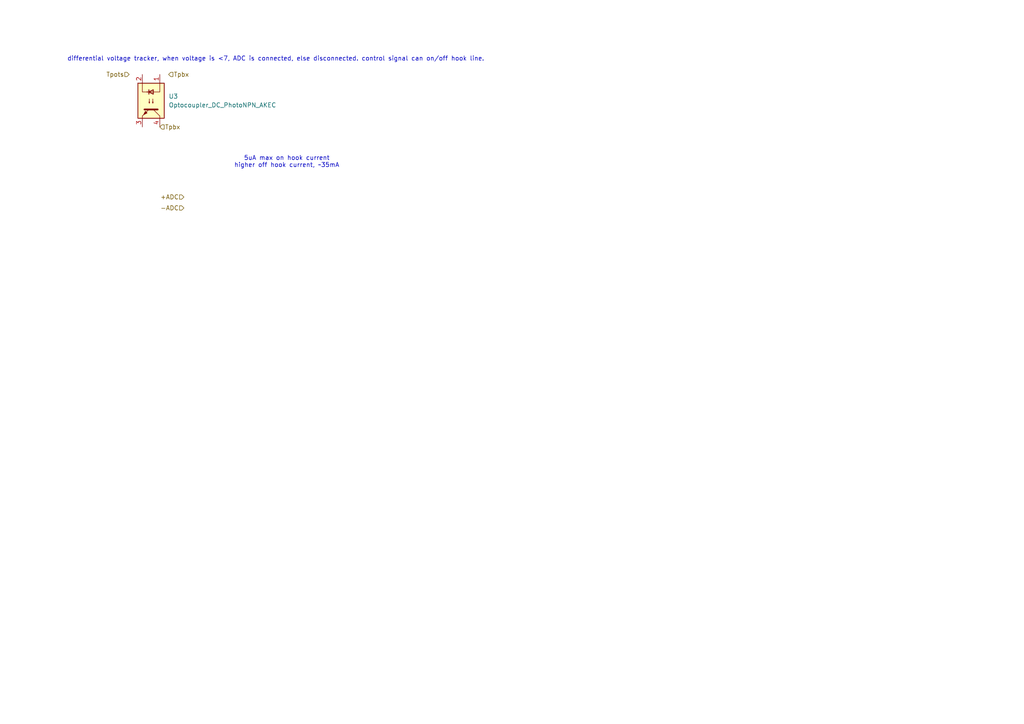
<source format=kicad_sch>
(kicad_sch (version 20250114) (generator "eeschema") (generator_version "9.0")
  (paper "A4")
  (title_block (title "Telethon PBX Sniffer") (date "2026-02-03") (rev "v0.1") (company "M5") (comment 4 "Tobe Cynar, Ian Butler") (comment 5 "Ian Butler"))
  (lib_symbols
    (symbol "Isolator:Optocoupler_DC_PhotoNPN_AKEC"
      (property "Reference" "U" (at -5.08 5.08 0))
      (property "Value" "Optocoupler_DC_PhotoNPN_AKEC" (at 0 5.08 0))
      (symbol "Optocoupler_DC_PhotoNPN_AKEC_0_1"
        (rectangle (start -5.08 3.81) (end 5.08 -3.81) (stroke (width 0.254)) (fill (type background)))
        (polyline (pts (xy -5.08 2.54) (xy -2.54 2.54) (xy -2.54 -1.27) (xy -2.54 0.635)))
        (polyline (pts (xy -3.175 -0.635) (xy -1.905 -0.635)) (stroke (width 0.254)))
        (polyline (pts (xy -2.54 -0.635) (xy -2.54 -2.54) (xy -5.08 -2.54)))
        (polyline (pts (xy -2.54 -0.635) (xy -3.175 0.635) (xy -1.905 0.635) (xy -2.54 -0.635)) (stroke (width 0.254)))
        (polyline (pts (xy -0.508 0.508) (xy 0.762 0.508) (xy 0.381 0.381) (xy 0.381 0.635) (xy 0.762 0.508)))
        (polyline (pts (xy -0.508 -0.508) (xy 0.762 -0.508) (xy 0.381 -0.635) (xy 0.381 -0.381) (xy 0.762 -0.508)))
        (polyline (pts (xy 2.54 1.905) (xy 2.54 -1.905)) (stroke (width 0.508)))
        (polyline (pts (xy 2.54 0.635) (xy 4.445 2.54)))
        (polyline (pts (xy 3.048 -1.651) (xy 3.556 -1.143) (xy 4.064 -2.159) (xy 3.048 -1.651)) (fill (type outline)))
        (polyline (pts (xy 4.445 2.54) (xy 5.08 2.54)))
        (polyline (pts (xy 4.445 -2.54) (xy 2.54 -0.635)) (fill (type outline)))
        (polyline (pts (xy 4.445 -2.54) (xy 5.08 -2.54)))
      )
      (symbol "Optocoupler_DC_PhotoNPN_AKEC_1_1"
        (pin passive line (at -7.62 2.54 0) (length 2.54) (name "~") (number "1"))
        (pin passive line (at -7.62 -2.54 0) (length 2.54) (name "~") (number "2"))
        (pin passive line (at 7.62 2.54 180) (length 2.54) (name "~") (number "4"))
        (pin passive line (at 7.62 -2.54 180) (length 2.54) (name "~") (number "3"))
      )
    )
  )
  (text "differential voltage tracker, when voltage is <7, ADC is connected, else disconnected. control signal can on/off hook line." (at 80.01 17.145 0) (effects (font (size 1.27 1.27))))
  (text "5uA max on hook current\nhigher off hook current, ~35mA" (at 83.185 46.99 0) (effects (font (size 1.27 1.27))))
  (hierarchical_label "Tpots" (shape input) (at 37.465 21.59 180))
  (hierarchical_label "Tpbx" (shape input) (at 46.355 36.83 0))
  (hierarchical_label "-ADC" (shape input) (at 53.34 60.325 180))
  (hierarchical_label "+ADC" (shape input) (at 53.34 57.15 180))
  (hierarchical_label "Tpbx" (shape input) (at 48.895 21.59 0))
  (symbol (lib_id "Isolator:Optocoupler_DC_PhotoNPN_AKEC") (at 43.815 29.21 270) (unit 1)
    (property "Reference" "U3" (at 48.895 27.9399 90) (effects (justify left)))
    (property "Value" "Optocoupler_DC_PhotoNPN_AKEC" (at 48.895 30.4799 90) (effects (justify left)))
    (property "Description" "Generic DC optocoupler with NPN phototransistor output, pins order: anode/cathode/emitter/collector" (effects (hide yes)))
  )
)
</source>
